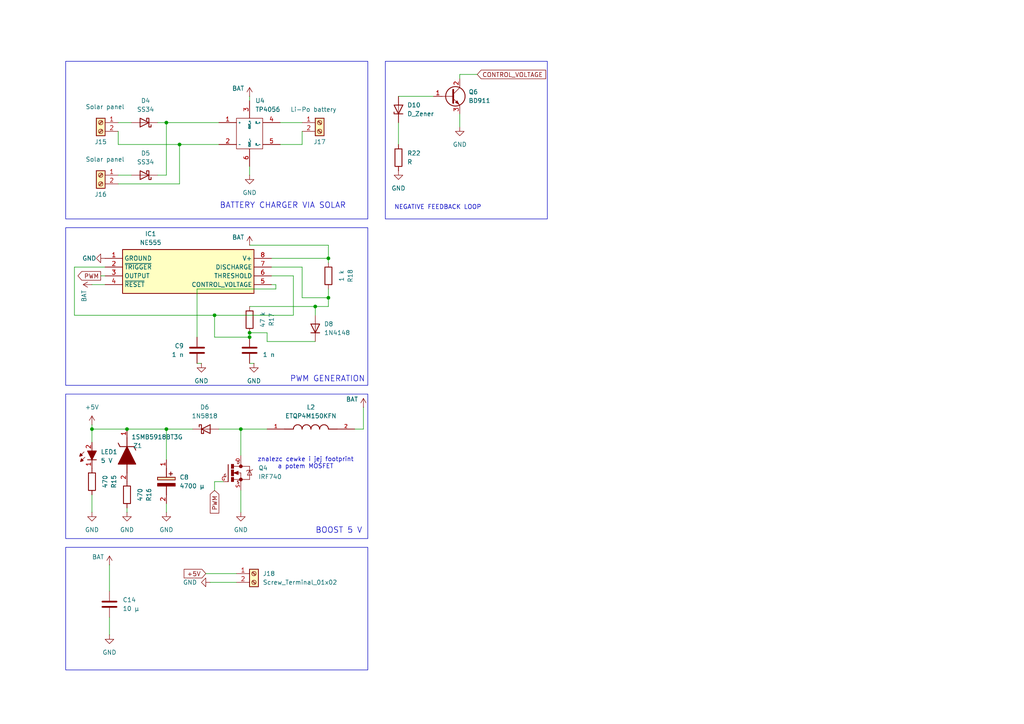
<source format=kicad_sch>
(kicad_sch (version 20250114) (generator "eeschema") (generator_version "9.0")
  (paper "A4")
  (lib_symbols
    (symbol "Device:D_Zener" (pin_numbers (hide yes)) (pin_names (offset 1.016) (hide yes))
      (property "Reference" "D" (at 0 2.54 0))
      (property "Value" "D_Zener" (at 0 -2.54 0))
      (symbol "D_Zener_0_1"
        (polyline (pts (xy -1.27 -1.27) (xy -1.27 1.27) (xy -0.762 1.27)) (stroke (width 0.254)))
        (polyline (pts (xy 1.27 0) (xy -1.27 0)))
        (polyline (pts (xy 1.27 -1.27) (xy 1.27 1.27) (xy -1.27 0) (xy 1.27 -1.27)) (stroke (width 0.254)))
      )
      (symbol "D_Zener_1_1"
        (pin passive line (at -3.81 0 0) (length 2.54) (name "K") (number "1"))
        (pin passive line (at 3.81 0 180) (length 2.54) (name "A") (number "2"))
      )
    )
    (symbol "Diode:1N4148" (pin_numbers (hide yes)) (pin_names (hide yes))
      (property "Reference" "D" (at 0 2.54 0))
      (property "Value" "1N4148" (at 0 -2.54 0))
      (symbol "1N4148_0_1"
        (polyline (pts (xy -1.27 1.27) (xy -1.27 -1.27)) (stroke (width 0.254)))
        (polyline (pts (xy 1.27 1.27) (xy 1.27 -1.27) (xy -1.27 0) (xy 1.27 1.27)) (stroke (width 0.254)))
        (polyline (pts (xy 1.27 0) (xy -1.27 0)))
      )
      (symbol "1N4148_1_1"
        (pin passive line (at -3.81 0 0) (length 2.54) (name "K") (number "1"))
        (pin passive line (at 3.81 0 180) (length 2.54) (name "A") (number "2"))
      )
    )
    (symbol "ETQP4M150KFN:ETQP4M150KFN" (pin_names (offset 1.016))
      (property "Reference" "L" (at -10.16 5.08 0))
      (property "Value" "ETQP4M150KFN" (at -10.16 -5.08 0))
      (symbol "ETQP4M150KFN_0_0"
        (polyline (pts (xy -5.08 0) (xy -7.62 0)) (stroke (width 0.254)))
        (arc (start -5.08 0) (mid -3.81 1.2645) (end -2.54 0) (stroke (width 0.254)))
        (arc (start -2.54 0) (mid -1.27 1.2645) (end 0 0) (stroke (width 0.254)))
        (arc (start 0 0) (mid 1.27 1.2645) (end 2.54 0) (stroke (width 0.254)))
        (arc (start 2.54 0) (mid 3.81 1.2645) (end 5.08 0) (stroke (width 0.254)))
        (polyline (pts (xy 5.08 0) (xy 7.62 0)) (stroke (width 0.254)))
        (pin passive line (at -12.7 0 0) (length 5.08) (name "~") (number "1"))
        (pin passive line (at 12.7 0 180) (length 5.08) (name "~") (number "2"))
      )
    )
    (symbol "IRF740:IRF740" (pin_names (offset 1.016))
      (property "Reference" "Q" (at 7.62 2.54 0))
      (property "Value" "IRF740" (at 7.62 0 0))
      (symbol "IRF740_0_0"
        (polyline (pts (xy -1.1176 2.413) (xy -1.1176 -2.54)) (stroke (width 0.254)))
        (polyline (pts (xy -1.1176 -2.54) (xy -2.54 -2.54)) (stroke (width 0.1524)))
        (rectangle (start -0.254 1.27) (end 0.508 2.54) (stroke (width 0.1)) (fill (type outline)))
        (rectangle (start -0.254 -0.889) (end 0.508 0.889) (stroke (width 0.1)) (fill (type outline)))
        (rectangle (start -0.254 -2.54) (end 0.508 -1.27) (stroke (width 0.1)) (fill (type outline)))
        (polyline (pts (xy 0.508 0) (xy 1.778 -0.508)) (stroke (width 0.1524)))
        (polyline (pts (xy 0.508 -1.905) (xy 2.54 -1.905)) (stroke (width 0.1524)))
        (polyline (pts (xy 0.762 0) (xy 1.651 -0.254)) (stroke (width 0.3048)))
        (polyline (pts (xy 1.651 0.254) (xy 0.762 0)) (stroke (width 0.3048)))
        (polyline (pts (xy 1.651 0) (xy 1.397 0)) (stroke (width 0.3048)))
        (polyline (pts (xy 1.651 0) (xy 2.54 0)) (stroke (width 0.1524)))
        (polyline (pts (xy 1.651 -0.254) (xy 1.651 0)) (stroke (width 0.3048)))
        (polyline (pts (xy 1.778 0.508) (xy 0.508 0)) (stroke (width 0.1524)))
        (polyline (pts (xy 1.778 -0.508) (xy 1.778 0.508)) (stroke (width 0.1524)))
        (polyline (pts (xy 2.54 2.54) (xy 2.54 1.905)) (stroke (width 0.1524)))
        (polyline (pts (xy 2.54 1.905) (xy 0.5334 1.905)) (stroke (width 0.1524)))
        (polyline (pts (xy 2.54 1.905) (xy 5.08 1.905)) (stroke (width 0.1524)))
        (circle (center 2.54 1.905) (radius 0.127) (stroke (width 0.4064)))
        (polyline (pts (xy 2.54 0) (xy 2.54 -1.905)) (stroke (width 0.1524)))
        (polyline (pts (xy 2.54 -1.905) (xy 2.54 -2.54)) (stroke (width 0.1524)))
        (circle (center 2.54 -1.905) (radius 0.127) (stroke (width 0.4064)))
        (polyline (pts (xy 4.445 0.762) (xy 4.191 0.508)) (stroke (width 0.1524)))
        (polyline (pts (xy 4.445 0.762) (xy 5.08 0.762)) (stroke (width 0.1524)))
        (polyline (pts (xy 4.445 -0.635) (xy 5.715 -0.635)) (stroke (width 0.1524)))
        (polyline (pts (xy 5.08 1.905) (xy 5.08 0.762)) (stroke (width 0.1524)))
        (polyline (pts (xy 5.08 0.762) (xy 4.445 -0.635)) (stroke (width 0.1524)))
        (polyline (pts (xy 5.08 0.762) (xy 5.08 -1.905)) (stroke (width 0.1524)))
        (polyline (pts (xy 5.08 0.762) (xy 5.715 0.762)) (stroke (width 0.1524)))
        (polyline (pts (xy 5.08 -1.905) (xy 2.54 -1.905)) (stroke (width 0.1524)))
        (polyline (pts (xy 5.715 0.762) (xy 5.969 1.016)) (stroke (width 0.1524)))
        (polyline (pts (xy 5.715 -0.635) (xy 5.08 0.762)) (stroke (width 0.1524)))
        (text "G" (at -2.54 -1.27 0) (effects (font (size 0.8128 0.8128)) (justify left bottom)))
        (text "D" (at 1.27 2.54 0) (effects (font (size 0.8128 0.8128)) (justify left bottom)))
        (text "S" (at 1.27 -3.175 0) (effects (font (size 0.8128 0.8128)) (justify left bottom)))
        (pin passive line (at -2.54 -2.54 0) (length 0) (name "~") (number "G"))
        (pin passive line (at 2.54 5.08 270) (length 2.54) (name "~") (number "D"))
        (pin passive line (at 2.54 -5.08 90) (length 2.54) (name "~") (number "S"))
      )
    )
    (symbol "Transistor_BJT:BD911" (pin_names (offset 0) (hide yes))
      (property "Reference" "Q" (at 6.35 1.905 0))
      (property "Value" "BD911" (at 6.35 0 0))
      (symbol "BD911_0_1"
        (polyline (pts (xy -2.54 0) (xy 0.635 0)))
        (polyline (pts (xy 0.635 1.905) (xy 0.635 -1.905)) (stroke (width 0.508)))
        (circle (center 1.27 0) (radius 2.8194) (stroke (width 0.254)))
      )
      (symbol "BD911_1_1"
        (polyline (pts (xy 0.635 0.635) (xy 2.54 2.54)))
        (polyline (pts (xy 0.635 -0.635) (xy 2.54 -2.54)))
        (polyline (pts (xy 1.27 -1.778) (xy 1.778 -1.27) (xy 2.286 -2.286) (xy 1.27 -1.778)) (fill (type outline)))
        (pin input line (at -5.08 0 0) (length 2.54) (name "B") (number "1"))
        (pin passive line (at 2.54 5.08 270) (length 2.54) (name "C") (number "2"))
        (pin passive line (at 2.54 -5.08 90) (length 2.54) (name "E") (number "3"))
      )
    )
    (symbol "bird-feeder:1SMB5918BT3G" (pin_names (hide yes))
      (property "Reference" "Z" (at 10.16 8.89 0))
      (property "Value" "1SMB5918BT3G" (at 10.16 6.35 0))
      (symbol "1SMB5918BT3G_1_1"
        (polyline (pts (xy 2.54 0) (xy 5.08 0)) (stroke (width 0.254)))
        (polyline (pts (xy 4.064 -2.54) (xy 5.08 -2.032)) (stroke (width 0.254)))
        (polyline (pts (xy 5.08 2.032) (xy 5.08 -2.032)) (stroke (width 0.254)))
        (polyline (pts (xy 5.08 2.032) (xy 6.096 2.54)) (stroke (width 0.254)))
        (polyline (pts (xy 5.08 0) (xy 10.16 2.54) (xy 10.16 -2.54) (xy 5.08 0)) (stroke (width 0.254)) (fill (type outline)))
        (polyline (pts (xy 12.7 0) (xy 10.16 0)) (stroke (width 0.254)))
        (pin passive line (at 0 0 0) (length 2.54) (name "K") (number "1"))
        (pin passive line (at 15.24 0 180) (length 2.54) (name "A") (number "2"))
      )
    )
    (symbol "bird-feeder:C" (pin_numbers (hide yes)) (pin_names (offset 0.254))
      (property "Reference" "C" (at 0.635 2.54 0))
      (property "Value" "C" (at 0.635 -2.54 0))
      (symbol "C_0_1"
        (polyline (pts (xy -2.032 0.762) (xy 2.032 0.762)) (stroke (width 0.508)))
        (polyline (pts (xy -2.032 -0.762) (xy 2.032 -0.762)) (stroke (width 0.508)))
      )
      (symbol "C_1_1"
        (pin passive line (at 0 3.81 270) (length 2.794) (name "~") (number "1"))
        (pin passive line (at 0 -3.81 90) (length 2.794) (name "~") (number "2"))
      )
    )
    (symbol "bird-feeder:EEUFC0J222" (pin_names (hide yes))
      (property "Reference" "C" (at 8.89 6.35 0))
      (property "Value" "EEUFC0J222" (at 8.89 3.81 0))
      (symbol "EEUFC0J222_1_1"
        (polyline (pts (xy 2.54 0) (xy 5.08 0)) (stroke (width 0.254)))
        (polyline (pts (xy 4.064 1.778) (xy 4.064 0.762)) (stroke (width 0.254)))
        (polyline (pts (xy 4.572 1.27) (xy 3.556 1.27)) (stroke (width 0.254)))
        (rectangle (start 5.08 2.54) (end 5.842 -2.54) (stroke (width 0.254)) (fill (type background)))
        (polyline (pts (xy 7.62 2.54) (xy 7.62 -2.54) (xy 6.858 -2.54) (xy 6.858 2.54) (xy 7.62 2.54)) (stroke (width 0.254)) (fill (type outline)))
        (polyline (pts (xy 7.62 0) (xy 10.16 0)) (stroke (width 0.254)))
        (pin passive line (at 0 0 0) (length 2.54) (name "+") (number "1"))
        (pin passive line (at 12.7 0 180) (length 2.54) (name "-") (number "2"))
      )
    )
    (symbol "bird-feeder:LMC555CN_NOPB"
      (property "Reference" "IC" (at 44.45 7.62 0))
      (property "Value" "LMC555CN_NOPB" (at 44.45 5.08 0))
      (property "Footprint" "bird-feeder:LMC555_DIP794W53P254L959H508Q8N" (at 44.45 -94.92 0))
      (symbol "LMC555CN_NOPB_1_1"
        (rectangle (start 5.08 2.54) (end 43.18 -10.16) (stroke (width 0.254)) (fill (type background)))
        (pin passive line (at 0 0 0) (length 5.08) (name "GROUND") (number "1"))
        (pin passive line (at 0 -2.54 0) (length 5.08) (name "~{TRIGGER}") (number "2"))
        (pin passive line (at 0 -5.08 0) (length 5.08) (name "OUTPUT") (number "3"))
        (pin passive line (at 0 -7.62 0) (length 5.08) (name "~{RESET}") (number "4"))
        (pin passive line (at 48.26 0 180) (length 5.08) (name "V+") (number "8"))
        (pin passive line (at 48.26 -2.54 180) (length 5.08) (name "DISCHARGE") (number "7"))
        (pin passive line (at 48.26 -5.08 180) (length 5.08) (name "THRESHOLD") (number "6"))
        (pin passive line (at 48.26 -7.62 180) (length 5.08) (name "CONTROL_VOLTAGE") (number "5"))
      )
    )
    (symbol "bird-feeder:LS_R976" (pin_names (hide yes))
      (property "Reference" "LED" (at 12.7 13.97 0))
      (property "Value" "LS_R976" (at 12.7 11.43 0))
      (symbol "LS_R976_0_1"
        (polyline (pts (xy 5.08 7.874) (xy 5.842 7.112)))
        (polyline (pts (xy 6.604 8.128) (xy 7.366 7.366)))
      )
      (symbol "LS_R976_1_1"
        (polyline (pts (xy 5.08 6.35) (xy 5.08 3.81)) (stroke (width 0.254)))
        (polyline (pts (xy 5.08 5.08) (xy 7.62 6.35) (xy 7.62 3.81) (xy 5.08 5.08)) (stroke (width 0.254)) (fill (type outline)))
        (polyline (pts (xy 5.334 8.128) (xy 4.826 7.62) (xy 4.572 8.382) (xy 5.334 8.128)) (stroke (width 0.254)) (fill (type outline)))
        (polyline (pts (xy 6.858 8.382) (xy 6.35 7.874) (xy 6.096 8.636) (xy 6.858 8.382)) (stroke (width 0.254)) (fill (type outline)))
        (pin passive line (at 2.54 5.08 0) (length 2.54) (name "K") (number "1"))
        (pin passive line (at 10.16 5.08 180) (length 2.54) (name "A") (number "2"))
      )
    )
    (symbol "bird-feeder:R" (pin_numbers (hide yes)) (pin_names (offset 0))
      (property "Reference" "R" (at 2.032 0 90))
      (property "Value" "R" (at 0 0 90))
      (symbol "R_0_1"
        (rectangle (start -1.016 -2.54) (end 1.016 2.54) (stroke (width 0.254)))
      )
      (symbol "R_1_1"
        (pin passive line (at 0 3.81 270) (length 1.27) (name "~") (number "1"))
        (pin passive line (at 0 -3.81 90) (length 1.27) (name "~") (number "2"))
      )
    )
    (symbol "bird-feeder:SB120" (pin_numbers (hide yes)) (pin_names (offset 1.016) (hide yes))
      (property "Reference" "D" (at 0 2.54 0))
      (property "Value" "SB120" (at 0 -2.54 0))
      (symbol "SB120_0_1"
        (polyline (pts (xy -1.905 0.635) (xy -1.905 1.27) (xy -1.27 1.27) (xy -1.27 -1.27) (xy -0.635 -1.27) (xy -0.635 -0.635)) (stroke (width 0.254)))
        (polyline (pts (xy 1.27 1.27) (xy 1.27 -1.27) (xy -1.27 0) (xy 1.27 1.27)) (stroke (width 0.254)))
        (polyline (pts (xy 1.27 0) (xy -1.27 0)))
      )
      (symbol "SB120_1_1"
        (pin passive line (at -3.81 0 0) (length 2.54) (name "K") (number "1"))
        (pin passive line (at 3.81 0 180) (length 2.54) (name "A") (number "2"))
      )
    )
    (symbol "bird-feeder:Screw_Terminal_01x02" (pin_names (offset 1.016) (hide yes))
      (property "Reference" "J" (at 0 2.54 0))
      (property "Value" "Screw_Terminal_01x02" (at 0 -5.08 0))
      (symbol "Screw_Terminal_01x02_1_1"
        (rectangle (start -1.27 1.27) (end 1.27 -3.81) (stroke (width 0.254)) (fill (type background)))
        (polyline (pts (xy -0.5334 0.3302) (xy 0.3302 -0.508)) (stroke (width 0.1524)))
        (polyline (pts (xy -0.5334 -2.2098) (xy 0.3302 -3.048)) (stroke (width 0.1524)))
        (polyline (pts (xy -0.3556 0.508) (xy 0.508 -0.3302)) (stroke (width 0.1524)))
        (polyline (pts (xy -0.3556 -2.032) (xy 0.508 -2.8702)) (stroke (width 0.1524)))
        (circle (center 0 0) (radius 0.635) (stroke (width 0.1524)))
        (circle (center 0 -2.54) (radius 0.635) (stroke (width 0.1524)))
        (pin passive line (at -5.08 0 0) (length 3.81) (name "Pin_1") (number "1"))
        (pin passive line (at -5.08 -2.54 0) (length 3.81) (name "Pin_2") (number "2"))
      )
    )
    (symbol "bird-feeder:TP4056"
      (property "Reference" "U" (at 0 0 0))
      (symbol "TP4056_0_1"
        (rectangle (start 0 0) (end 7.62 -8.89))
      )
      (symbol "TP4056_1_1"
        (pin passive line (at -5.08 -1.27 0) (length 5.08) (name "+") (number "1"))
        (pin passive line (at -5.08 -7.62 0) (length 5.08) (name "-") (number "2"))
        (pin passive line (at 3.81 5.08 270) (length 5.08) (name "OUT_+") (number "3"))
        (pin passive line (at 3.81 -13.97 90) (length 5.08) (name "OUT_-") (number "6"))
        (pin passive line (at 12.7 -1.27 180) (length 5.08) (name "B_+") (number "4"))
        (pin passive line (at 12.7 -7.62 180) (length 5.08) (name "B_-") (number "5"))
      )
    )
    (symbol "power:+5V" (power) (pin_numbers (hide yes)) (pin_names (offset 0) (hide yes))
      (property "Value" "+5V" (at 0 3.556 0))
      (symbol "+5V_0_1"
        (polyline (pts (xy -0.762 1.27) (xy 0 2.54)))
        (polyline (pts (xy 0 2.54) (xy 0.762 1.27)))
        (polyline (pts (xy 0 0) (xy 0 2.54)))
      )
      (symbol "+5V_1_1"
        (pin power_in line (at 0 0 90) (length 0) (name "~") (number "1"))
      )
    )
    (symbol "power:GND" (power) (pin_numbers (hide yes)) (pin_names (offset 0) (hide yes))
      (property "Value" "GND" (at 0 -3.81 0))
      (symbol "GND_0_1"
        (polyline (pts (xy 0 0) (xy 0 -1.27) (xy 1.27 -1.27) (xy 0 -2.54) (xy -1.27 -1.27) (xy 0 -1.27)))
      )
      (symbol "GND_1_1"
        (pin power_in line (at 0 0 270) (length 0) (name "~") (number "1"))
      )
    )
  )
  (rectangle (start 111.76 17.78) (end 158.75 63.5))
  (rectangle (start 19.05 66.04) (end 106.68 111.76))
  (rectangle (start 19.05 114.3) (end 106.68 156.21))
  (rectangle (start 19.05 17.78) (end 106.68 63.5))
  (rectangle (start 19.05 158.75) (end 106.68 194.31))
  (text "BATTERY CHARGER VIA SOLAR" (at 82.042 59.69 0) (effects (font (size 1.651 1.651))))
  (text "PWM GENERATION" (at 94.996 109.982 0) (effects (font (size 1.651 1.651))))
  (text "znalezc cewke i jej footprint\na potem MOSFET\n" (at 88.646 134.366 0) (effects (font (size 1.27 1.27))))
  (text "BOOST 5 V" (at 98.298 153.924 0) (effects (font (size 1.651 1.651))))
  (text "NEGATIVE FEEDBACK LOOP\n" (at 127 60.198 0) (effects (font (size 1.27 1.27))))
  (junction (at 72.39 96.52))
  (junction (at 95.25 86.36))
  (junction (at 69.85 124.46))
  (junction (at 26.67 124.46))
  (junction (at 72.39 97.79))
  (junction (at 52.07 41.91))
  (junction (at 36.83 124.46))
  (junction (at 95.25 74.93))
  (junction (at 48.26 124.46))
  (junction (at 62.23 91.44))
  (junction (at 48.26 35.56))
  (junction (at 91.44 88.9))
  (wire (pts (xy 52.07 53.34) (xy 52.07 41.91)))
  (wire (pts (xy 62.23 139.7) (xy 62.23 142.24)))
  (wire (pts (xy 95.25 71.12) (xy 95.25 74.93)))
  (wire (pts (xy 80.01 83.82) (xy 57.15 83.82)))
  (wire (pts (xy 64.77 139.7) (xy 62.23 139.7)))
  (wire (pts (xy 115.57 27.94) (xy 125.73 27.94)))
  (wire (pts (xy 87.63 38.1) (xy 87.63 41.91)))
  (wire (pts (xy 31.75 179.07) (xy 31.75 184.15)))
  (wire (pts (xy 87.63 77.47) (xy 87.63 86.36)))
  (wire (pts (xy 34.29 41.91) (xy 52.07 41.91)))
  (wire (pts (xy 36.83 147.32) (xy 36.83 148.59)))
  (wire (pts (xy 52.07 41.91) (xy 63.5 41.91)))
  (wire (pts (xy 115.57 35.56) (xy 115.57 41.91)))
  (wire (pts (xy 48.26 148.59) (xy 48.26 146.05)))
  (wire (pts (xy 72.39 96.52) (xy 72.39 97.79)))
  (wire (pts (xy 62.23 91.44) (xy 62.23 97.79)))
  (wire (pts (xy 85.09 80.01) (xy 85.09 91.44)))
  (wire (pts (xy 77.47 99.06) (xy 77.47 96.52)))
  (wire (pts (xy 48.26 124.46) (xy 55.88 124.46)))
  (wire (pts (xy 95.25 88.9) (xy 91.44 88.9)))
  (wire (pts (xy 57.15 83.82) (xy 57.15 97.79)))
  (wire (pts (xy 45.72 50.8) (xy 48.26 50.8)))
  (wire (pts (xy 21.59 77.47) (xy 30.48 77.47)))
  (wire (pts (xy 59.69 166.37) (xy 68.58 166.37)))
  (wire (pts (xy 77.47 96.52) (xy 72.39 96.52)))
  (wire (pts (xy 34.29 53.34) (xy 52.07 53.34)))
  (wire (pts (xy 69.85 124.46) (xy 69.85 132.08)))
  (wire (pts (xy 78.74 80.01) (xy 85.09 80.01)))
  (wire (pts (xy 80.01 82.55) (xy 80.01 83.82)))
  (wire (pts (xy 102.87 124.46) (xy 105.41 124.46)))
  (wire (pts (xy 48.26 124.46) (xy 48.26 133.35)))
  (wire (pts (xy 26.67 124.46) (xy 36.83 124.46)))
  (wire (pts (xy 95.25 83.82) (xy 95.25 86.36)))
  (wire (pts (xy 105.41 124.46) (xy 105.41 118.11)))
  (wire (pts (xy 87.63 86.36) (xy 95.25 86.36)))
  (wire (pts (xy 45.72 35.56) (xy 48.26 35.56)))
  (wire (pts (xy 34.29 50.8) (xy 38.1 50.8)))
  (wire (pts (xy 78.74 82.55) (xy 80.01 82.55)))
  (wire (pts (xy 95.25 86.36) (xy 95.25 88.9)))
  (wire (pts (xy 26.67 128.27) (xy 26.67 124.46)))
  (wire (pts (xy 81.28 35.56) (xy 87.63 35.56)))
  (wire (pts (xy 78.74 74.93) (xy 95.25 74.93)))
  (wire (pts (xy 69.85 124.46) (xy 77.47 124.46)))
  (wire (pts (xy 72.39 48.26) (xy 72.39 50.8)))
  (wire (pts (xy 34.29 35.56) (xy 38.1 35.56)))
  (wire (pts (xy 133.35 21.59) (xy 138.43 21.59)))
  (wire (pts (xy 133.35 22.86) (xy 133.35 21.59)))
  (wire (pts (xy 69.85 142.24) (xy 69.85 148.59)))
  (wire (pts (xy 26.67 123.19) (xy 26.67 124.46)))
  (wire (pts (xy 95.25 71.12) (xy 72.39 71.12)))
  (wire (pts (xy 91.44 99.06) (xy 77.47 99.06)))
  (wire (pts (xy 21.59 91.44) (xy 21.59 77.47)))
  (wire (pts (xy 63.5 124.46) (xy 69.85 124.46)))
  (wire (pts (xy 26.67 148.59) (xy 26.67 143.51)))
  (wire (pts (xy 48.26 35.56) (xy 48.26 50.8)))
  (wire (pts (xy 78.74 77.47) (xy 87.63 77.47)))
  (wire (pts (xy 91.44 88.9) (xy 91.44 91.44)))
  (wire (pts (xy 95.25 74.93) (xy 95.25 76.2)))
  (wire (pts (xy 73.66 105.41) (xy 72.39 105.41)))
  (wire (pts (xy 26.67 82.55) (xy 30.48 82.55)))
  (wire (pts (xy 29.21 80.01) (xy 30.48 80.01)))
  (wire (pts (xy 85.09 91.44) (xy 62.23 91.44)))
  (wire (pts (xy 72.39 27.94) (xy 72.39 29.21)))
  (wire (pts (xy 34.29 41.91) (xy 34.29 38.1)))
  (wire (pts (xy 91.44 88.9) (xy 72.39 88.9)))
  (wire (pts (xy 48.26 35.56) (xy 63.5 35.56)))
  (wire (pts (xy 36.83 124.46) (xy 48.26 124.46)))
  (wire (pts (xy 31.75 163.83) (xy 31.75 171.45)))
  (wire (pts (xy 133.35 33.02) (xy 133.35 36.83)))
  (wire (pts (xy 58.42 105.41) (xy 57.15 105.41)))
  (wire (pts (xy 21.59 91.44) (xy 62.23 91.44)))
  (wire (pts (xy 60.96 168.91) (xy 68.58 168.91)))
  (wire (pts (xy 81.28 41.91) (xy 87.63 41.91)))
  (wire (pts (xy 62.23 97.79) (xy 72.39 97.79)))
  (global_label "PWM" (shape output) (at 29.21 80.01 180) (property "Intersheetrefs" "${INTERSHEET_REFS}" (effects (hide yes))))
  (global_label "CONTROL_VOLTAGE" (shape input) (at 138.43 21.59 0) (property "Intersheetrefs" "${INTERSHEET_REFS}" (effects (hide yes))))
  (global_label "+5V" (shape input) (at 59.69 166.37 180) (property "Intersheetrefs" "${INTERSHEET_REFS}" (effects (hide yes))))
  (global_label "PWM" (shape input) (at 62.23 142.24 270) (property "Intersheetrefs" "${INTERSHEET_REFS}" (effects (hide yes))))
  (symbol (lib_id "bird-feeder:C") (at 72.39 101.6 0) (unit 1)
    (property "Reference" "C12" (effects (hide yes)))
    (property "Value" "1 n" (at 76.2 102.8699 0) (effects (justify left)))
    (property "Footprint" "Capacitor_SMD:C_0603_1608Metric" (effects (hide yes)))
    (property "Description" "Unpolarized capacitor" (effects (hide yes)))
  )
  (symbol (lib_id "power:GND") (at 72.39 50.8 0) (unit 1)
    (property "Reference" "#PWR054" (effects (hide yes)))
    (property "Value" "GND" (at 72.39 55.88 0))
    (property "Description" "Power symbol creates a global label with name \"GND\" , ground" (effects (hide yes)))
  )
  (symbol (lib_id "bird-feeder:R") (at 36.83 143.51 0) (unit 1)
    (property "Reference" "R16" (at 43.18 143.51 90))
    (property "Value" "470" (at 40.64 143.51 90))
    (property "Footprint" "Resistor_SMD:R_0603_1608Metric" (effects (hide yes)))
    (property "Description" "Resistor" (effects (hide yes)))
  )
  (symbol (lib_id "power:+5V") (at 26.67 82.55 90) (unit 1)
    (property "Reference" "#PWR046" (effects (hide yes)))
    (property "Value" "BAT" (at 24.384 85.852 0))
    (property "Description" "Power symbol creates a global label with name \"+5V\"" (effects (hide yes)))
  )
  (symbol (lib_id "power:GND") (at 58.42 105.41 0) (unit 1)
    (property "Reference" "#PWR052" (effects (hide yes)))
    (property "Value" "GND" (at 58.42 110.49 0))
    (property "Description" "Power symbol creates a global label with name \"GND\" , ground" (effects (hide yes)))
  )
  (symbol (lib_id "power:GND") (at 48.26 148.59 0) (unit 1)
    (property "Reference" "#PWR051" (effects (hide yes)))
    (property "Value" "GND" (at 48.26 153.67 0))
    (property "Description" "Power symbol creates a global label with name \"GND\" , ground" (effects (hide yes)))
  )
  (symbol (lib_id "bird-feeder:LMC555CN_NOPB") (at 30.48 74.93 0) (unit 1)
    (property "Reference" "IC1" (at 43.688 67.818 0))
    (property "Value" "NE555" (at 43.688 70.358 0))
    (property "Footprint" "bird-feeder:LMC555_DIP794W53P254L959H508Q8N" (effects (hide yes)))
    (property "Datasheet" "http://www.ti.com/lit/ml/mpdi001b/mpdi001b.pdf" (effects (hide yes)))
    (property "Description" "Worlds smallest 555 timer with low power, high accuracy and a Fmax of 3MHz" (effects (hide yes)))
    (property "Height" "5.08" (effects (hide yes)))
    (property "Manufacturer_Name" "Texas Instruments" (effects (hide yes)))
    (property "Manufacturer_Part_Number" "LMC555CN/NOPB" (effects (hide yes)))
  )
  (symbol (lib_id "power:GND") (at 36.83 148.59 0) (unit 1)
    (property "Reference" "#PWR050" (effects (hide yes)))
    (property "Value" "GND" (at 36.83 153.67 0))
    (property "Description" "Power symbol creates a global label with name \"GND\" , ground" (effects (hide yes)))
  )
  (symbol (lib_id "bird-feeder:R") (at 115.57 45.72 0) (unit 1)
    (property "Reference" "R22" (at 118.11 44.4499 0) (effects (justify left)))
    (property "Value" "R" (at 118.11 46.9899 0) (effects (justify left)))
    (property "Footprint" "Resistor_SMD:R_0603_1608Metric" (effects (hide yes)))
    (property "Description" "Resistor" (effects (hide yes)))
  )
  (symbol (lib_id "power:GND") (at 26.67 148.59 0) (unit 1)
    (property "Reference" "#PWR048" (effects (hide yes)))
    (property "Value" "GND" (at 26.67 153.67 0))
    (property "Description" "Power symbol creates a global label with name \"GND\" , ground" (effects (hide yes)))
  )
  (symbol (lib_id "bird-feeder:Screw_Terminal_01x02") (at 92.71 35.56 0) (unit 1)
    (property "Reference" "J17" (at 92.71 41.148 0))
    (property "Value" "Li-Po battery" (at 90.932 31.75 0))
    (property "Footprint" "bird-feeder:ARK raster 2,54 mm" (effects (hide yes)))
    (property "Description" "Generic screw terminal, single row, 01x02, script generated (kicad-library-utils/schlib/autogen/connector/)" (effects (hide yes)))
  )
  (symbol (lib_id "bird-feeder:R") (at 72.39 92.71 0) (mirror x) (unit 1)
    (property "Reference" "R17" (at 78.74 92.71 90))
    (property "Value" "47 k" (at 76.2 92.71 90))
    (property "Footprint" "Resistor_SMD:R_0603_1608Metric" (effects (hide yes)))
    (property "Description" "Resistor" (effects (hide yes)))
  )
  (symbol (lib_id "power:+5V") (at 31.75 163.83 0) (unit 1)
    (property "Reference" "#PWR059" (effects (hide yes)))
    (property "Value" "BAT" (at 28.448 161.544 0))
    (property "Description" "Power symbol creates a global label with name \"+5V\"" (effects (hide yes)))
  )
  (symbol (lib_id "bird-feeder:EEUFC0J222") (at 48.26 133.35 270) (unit 1)
    (property "Reference" "C8" (at 52.07 138.4299 90) (effects (justify left)))
    (property "Value" "4700 μ" (at 52.07 140.9699 90) (effects (justify left)))
    (property "Footprint" "bird-feeder:electrolytic_CAPPRD500W65D1000H2700" (effects (hide yes)))
    (property "Datasheet" "http://industrial.panasonic.com/cdbs/www-data/pdf/RDF0000/ABA0000C1209.pdf" (effects (hide yes)))
    (property "Description" "Aluminium Electrolytic Capacitor, Radial Lead, AEC-Q200, 105?C 6.3v,2200uf" (effects (hide yes)))
    (property "Height" "27" (effects (hide yes)))
    (property "Manufacturer_Name" "Panasonic" (effects (hide yes)))
    (property "Manufacturer_Part_Number" "EEUFC0J222" (effects (hide yes)))
  )
  (symbol (lib_id "power:GND") (at 133.35 36.83 0) (unit 1)
    (property "Reference" "#PWR068" (effects (hide yes)))
    (property "Value" "GND" (at 133.35 41.91 0))
    (property "Description" "Power symbol creates a global label with name \"GND\" , ground" (effects (hide yes)))
  )
  (symbol (lib_id "Device:D_Zener") (at 115.57 31.75 90) (unit 1)
    (property "Reference" "D10" (at 118.11 30.4799 90) (effects (justify right)))
    (property "Value" "D_Zener" (at 118.11 33.0199 90) (effects (justify right)))
    (property "Description" "Zener diode" (effects (hide yes)))
  )
  (symbol (lib_id "power:GND") (at 30.48 74.93 270) (unit 1)
    (property "Reference" "#PWR049" (effects (hide yes)))
    (property "Value" "GND" (at 27.94 74.9299 90) (effects (justify right)))
    (property "Description" "Power symbol creates a global label with name \"GND\" , ground" (effects (hide yes)))
  )
  (symbol (lib_id "bird-feeder:Screw_Terminal_01x02") (at 29.21 35.56 0) (mirror y) (unit 1)
    (property "Reference" "J15" (at 29.21 41.148 0))
    (property "Value" "Solar panel" (at 30.48 30.988 0))
    (property "Footprint" "bird-feeder:ARK raster 2,54 mm" (effects (hide yes)))
    (property "Description" "Generic screw terminal, single row, 01x02, script generated (kicad-library-utils/schlib/autogen/connector/)" (effects (hide yes)))
  )
  (symbol (lib_id "bird-feeder:LS_R976") (at 31.75 138.43 90) (unit 1)
    (property "Reference" "LED1" (at 29.21 131.0639 90) (effects (justify right)))
    (property "Value" "5 V" (at 29.21 133.6039 90) (effects (justify right)))
    (property "Footprint" "bird-feeder:LEDC2012X40N" (effects (hide yes)))
    (property "Description" "Red 0805 CHIPLED LS R976N-R102 Osram Opto LS R976, CHIPLED 0805 Series Red LED, 633 nm, 2012 (0805), Rectangle Lens SMD Package" (effects (hide yes)))
    (property "Height" "0.4" (effects (hide yes)))
    (property "Manufacturer_Name" "ams OSRAM" (effects (hide yes)))
    (property "Manufacturer_Part_Number" "LS R976" (effects (hide yes)))
  )
  (symbol (lib_id "power:+5V") (at 105.41 118.11 0) (unit 1)
    (property "Reference" "#PWR058" (effects (hide yes)))
    (property "Value" "BAT" (at 102.108 115.824 0))
    (property "Description" "Power symbol creates a global label with name \"+5V\"" (effects (hide yes)))
  )
  (symbol (lib_id "Transistor_BJT:BD911") (at 130.81 27.94 0) (unit 1)
    (property "Reference" "Q6" (at 135.89 26.6699 0) (effects (justify left)))
    (property "Value" "BD911" (at 135.89 29.2099 0) (effects (justify left)))
    (property "Footprint" "Package_TO_SOT_THT:TO-220-3_Vertical" (effects (hide yes)))
    (property "Datasheet" "http://www.st.com/internet/com/TECHNICAL_RESOURCES/TECHNICAL_LITERATURE/DATASHEET/CD00001277.pdf" (effects (hide yes)))
    (property "Description" "15A, Silicon Power NPN Transistors, TO-220" (effects (hide yes)))
  )
  (symbol (lib_id "bird-feeder:SB120") (at 41.91 50.8 180) (unit 1)
    (property "Reference" "D5" (at 42.2275 44.45 0))
    (property "Value" "SS34" (at 42.2275 46.99 0))
    (property "Footprint" "Diode_THT:D_DO-41_SOD81_P10.16mm_Horizontal" (effects (hide yes)))
    (property "Datasheet" "http://www.diodes.com/_files/datasheets/ds23022.pdf" (effects (hide yes)))
    (property "Description" "20V 1A Schottky Barrier Rectifier Diode, DO-41" (effects (hide yes)))
  )
  (symbol (lib_id "bird-feeder:C") (at 57.15 101.6 0) (mirror y) (unit 1)
    (property "Reference" "C9" (at 53.34 100.3299 0) (effects (justify left)))
    (property "Value" "1 n" (at 53.34 102.8699 0) (effects (justify left)))
    (property "Footprint" "Capacitor_SMD:C_0603_1608Metric" (effects (hide yes)))
    (property "Description" "Unpolarized capacitor" (effects (hide yes)))
  )
  (symbol (lib_id "IRF740:IRF740") (at 67.31 137.16 0) (unit 1)
    (property "Reference" "Q4" (at 74.93 135.7436 0) (effects (justify left)))
    (property "Value" "IRF740" (at 74.93 138.2836 0) (effects (justify left)))
    (property "Footprint" "Library:IRF740" (effects (hide yes)))
    (property "MF" "Vishay Siliconix" (effects (hide yes)))
    (property "Description_1" "N-Channel 400 V 10A (Tc) 3.1W (Ta), 125W (Tc) Surface Mount D²PAK (TO-263)" (effects (hide yes)))
    (property "Package" "TO-220-3 Vishay" (effects (hide yes)))
    (property "Price" "None" (effects (hide yes)))
    (property "POPULARITY" "0" (effects (hide yes)))
    (property "SnapEDA_Link" "https://www.snapeda.com/parts/IRF740/Vishay/view-part/?ref=snap" (effects (hide yes)))
    (property "MP" "IRF740" (effects (hide yes)))
    (property "Availability" "In Stock" (effects (hide yes)))
    (property "Check_prices" "https://www.snapeda.com/parts/IRF740/Vishay/view-part/?ref=eda" (effects (hide yes)))
  )
  (symbol (lib_id "bird-feeder:SB120") (at 41.91 35.56 180) (unit 1)
    (property "Reference" "D4" (at 42.2275 29.21 0))
    (property "Value" "SS34" (at 42.2275 31.75 0))
    (property "Footprint" "Diode_THT:D_DO-41_SOD81_P10.16mm_Horizontal" (effects (hide yes)))
    (property "Datasheet" "http://www.diodes.com/_files/datasheets/ds23022.pdf" (effects (hide yes)))
    (property "Description" "20V 1A Schottky Barrier Rectifier Diode, DO-41" (effects (hide yes)))
  )
  (symbol (lib_id "bird-feeder:Screw_Terminal_01x02") (at 29.21 50.8 0) (mirror y) (unit 1)
    (property "Reference" "J16" (at 29.21 56.388 0))
    (property "Value" "Solar panel" (at 30.48 46.228 0))
    (property "Footprint" "bird-feeder:ARK raster 2,54 mm" (effects (hide yes)))
    (property "Description" "Generic screw terminal, single row, 01x02, script generated (kicad-library-utils/schlib/autogen/connector/)" (effects (hide yes)))
  )
  (symbol (lib_id "bird-feeder:Screw_Terminal_01x02") (at 73.66 166.37 0) (unit 1)
    (property "Reference" "J18" (at 76.2 166.3699 0) (effects (justify left)))
    (property "Value" "Screw_Terminal_01x02" (at 76.2 168.9099 0) (effects (justify left)))
    (property "Footprint" "bird-feeder:ARK raster 2,54 mm" (effects (hide yes)))
    (property "Description" "Generic screw terminal, single row, 01x02, script generated (kicad-library-utils/schlib/autogen/connector/)" (effects (hide yes)))
  )
  (symbol (lib_id "power:GND") (at 115.57 49.53 0) (unit 1)
    (property "Reference" "#PWR067" (effects (hide yes)))
    (property "Value" "GND" (at 115.57 54.61 0))
    (property "Description" "Power symbol creates a global label with name \"GND\" , ground" (effects (hide yes)))
  )
  (symbol (lib_id "power:+5V") (at 72.39 27.94 0) (unit 1)
    (property "Reference" "#PWR053" (effects (hide yes)))
    (property "Value" "BAT" (at 69.088 25.654 0))
    (property "Description" "Power symbol creates a global label with name \"+5V\"" (effects (hide yes)))
  )
  (symbol (lib_id "bird-feeder:C") (at 31.75 175.26 0) (unit 1)
    (property "Reference" "C14" (at 35.56 173.9899 0) (effects (justify left)))
    (property "Value" "10 μ" (at 35.56 176.5299 0) (effects (justify left)))
    (property "Footprint" "bird-feeder:CAPRB250W50L400T250H550" (effects (hide yes)))
    (property "Description" "Unpolarized capacitor" (effects (hide yes)))
  )
  (symbol (lib_id "bird-feeder:R") (at 26.67 139.7 0) (unit 1)
    (property "Reference" "R15" (at 33.02 139.7 90))
    (property "Value" "470" (at 30.48 139.7 90))
    (property "Footprint" "Resistor_SMD:R_0603_1608Metric" (effects (hide yes)))
    (property "Description" "Resistor" (effects (hide yes)))
  )
  (symbol (lib_id "bird-feeder:SB120") (at 59.69 124.46 0) (unit 1)
    (property "Reference" "D6" (at 59.3725 118.11 0))
    (property "Value" "1N5818" (at 59.3725 120.65 0))
    (property "Footprint" "Diode_THT:D_DO-41_SOD81_P10.16mm_Horizontal" (effects (hide yes)))
    (property "Datasheet" "http://www.diodes.com/_files/datasheets/ds23022.pdf" (effects (hide yes)))
    (property "Description" "20V 1A Schottky Barrier Rectifier Diode, DO-41" (effects (hide yes)))
  )
  (symbol (lib_id "bird-feeder:R") (at 95.25 80.01 0) (mirror x) (unit 1)
    (property "Reference" "R18" (at 101.6 80.01 90))
    (property "Value" "1 k" (at 99.06 80.01 90))
    (property "Footprint" "Resistor_SMD:R_0603_1608Metric" (effects (hide yes)))
    (property "Description" "Resistor" (effects (hide yes)))
  )
  (symbol (lib_id "bird-feeder:TP4056") (at 68.58 34.29 0) (unit 1)
    (property "Reference" "U4" (at 74.0411 29.21 0) (effects (justify left)))
    (property "Value" "TP4056" (at 74.0411 31.75 0) (effects (justify left)))
    (property "Footprint" "bird-feeder:TP4056" (effects (hide yes)))
  )
  (symbol (lib_id "bird-feeder:1SMB5918BT3G") (at 36.83 124.46 270) (unit 1)
    (property "Reference" "Z1" (at 38.608 129.286 90) (effects (justify left)))
    (property "Value" "1SMB5918BT3G" (at 38.1 126.746 90) (effects (justify left)))
    (property "Footprint" "bird-feeder:zenner_DIOM5436X247N" (effects (hide yes)))
    (property "Datasheet" "https://www.onsemi.com/pub/Collateral/1SMB5913BT3-D.PDF" (effects (hide yes)))
    (property "Description" "Zener Voltage Range - 5.1 V to 200 V; ESD Rating of Class 3 (>16 KV) per Human Body Model; Flat Handling Surface for Accurate Placement; Package Design for Top Side or Bottom Circuit Board Mounting Mechanical Characteristics:; CASE: Void-free, transfer-molded plastic; FINISH: All external surfaces are corrosion resistant with readily solderable leads; MAXIMUM CASE TEMPERATURE FOR SOLDERING PURPOSES: 260C for 10 seconds; LEADS: Modified L-Bend providing more contact area to bond pads; POLARITY: Cathode indi" (effects (hide yes)))
    (property "Height" "2.47" (effects (hide yes)))
    (property "Manufacturer_Name" "onsemi" (effects (hide yes)))
    (property "Manufacturer_Part_Number" "1SMB5918BT3G" (effects (hide yes)))
  )
  (symbol (lib_id "ETQP4M150KFN:ETQP4M150KFN") (at 90.17 124.46 0) (unit 1)
    (property "Reference" "L2" (at 90.17 118.11 0))
    (property "Value" "ETQP4M150KFN" (at 90.17 120.65 0))
    (property "Footprint" "bird-feeder:DE1207" (effects (hide yes)))
    (property "MF" "Panasonic" (effects (hide yes)))
    (property "MAXIMUM_PACKAGE_HEIGHT" "4.8 mm" (effects (hide yes)))
    (property "Package" "SMD-2 Panasonic" (effects (hide yes)))
    (property "Price" "None" (effects (hide yes)))
    (property "Check_prices" "https://www.snapeda.com/parts/ETQP4M150KFN/Panasonic/view-part/?ref=eda" (effects (hide yes)))
    (property "STANDARD" "Manufacturer Recommendations" (effects (hide yes)))
    (property "PARTREV" "2-Jul-20" (effects (hide yes)))
    (property "SnapEDA_Link" "https://www.snapeda.com/parts/ETQP4M150KFN/Panasonic/view-part/?ref=snap" (effects (hide yes)))
    (property "MP" "ETQP4M150KFN" (effects (hide yes)))
    (property "Description_1" "FIXED IND 15UH 4.2A 70.18 MOHM" (effects (hide yes)))
    (property "Availability" "In Stock" (effects (hide yes)))
    (property "MANUFACTURER" "Panasonic" (effects (hide yes)))
  )
  (symbol (lib_id "power:+5V") (at 72.39 71.12 0) (unit 1)
    (property "Reference" "#PWR056" (effects (hide yes)))
    (property "Value" "BAT" (at 69.088 68.834 0))
    (property "Description" "Power symbol creates a global label with name \"+5V\"" (effects (hide yes)))
  )
  (symbol (lib_id "Diode:1N4148") (at 91.44 95.25 90) (unit 1)
    (property "Reference" "D8" (at 93.98 93.9799 90) (effects (justify right)))
    (property "Value" "1N4148" (at 93.98 96.5199 90) (effects (justify right)))
    (property "Footprint" "Diode_THT:D_DO-35_SOD27_P7.62mm_Horizontal" (effects (hide yes)))
    (property "Datasheet" "https://assets.nexperia.com/documents/data-sheet/1N4148_1N4448.pdf" (effects (hide yes)))
    (property "Description" "100V 0.15A standard switching diode, DO-35" (effects (hide yes)))
    (property "Sim.Device" "D" (effects (hide yes)))
    (property "Sim.Pins" "1=K 2=A" (effects (hide yes)))
  )
  (symbol (lib_id "power:GND") (at 73.66 105.41 0) (unit 1)
    (property "Reference" "#PWR057" (effects (hide yes)))
    (property "Value" "GND" (at 73.66 110.49 0))
    (property "Description" "Power symbol creates a global label with name \"GND\" , ground" (effects (hide yes)))
  )
  (symbol (lib_id "power:GND") (at 69.85 148.59 0) (unit 1)
    (property "Reference" "#PWR055" (effects (hide yes)))
    (property "Value" "GND" (at 69.85 153.67 0))
    (property "Description" "Power symbol creates a global label with name \"GND\" , ground" (effects (hide yes)))
  )
  (symbol (lib_id "power:+5V") (at 26.67 123.19 0) (unit 1)
    (property "Reference" "#PWR047" (effects (hide yes)))
    (property "Value" "+5V" (at 26.67 118.11 0))
    (property "Description" "Power symbol creates a global label with name \"+5V\"" (effects (hide yes)))
  )
  (symbol (lib_id "power:GND") (at 60.96 168.91 270) (unit 1)
    (property "Reference" "#PWR061" (effects (hide yes)))
    (property "Value" "GND" (at 57.15 168.9099 90) (effects (justify right)))
    (property "Description" "Power symbol creates a global label with name \"GND\" , ground" (effects (hide yes)))
  )
  (symbol (lib_id "power:GND") (at 31.75 184.15 0) (unit 1)
    (property "Reference" "#PWR060" (effects (hide yes)))
    (property "Value" "GND" (at 31.75 189.23 0))
    (property "Description" "Power symbol creates a global label with name \"GND\" , ground" (effects (hide yes)))
  )
)
</source>
